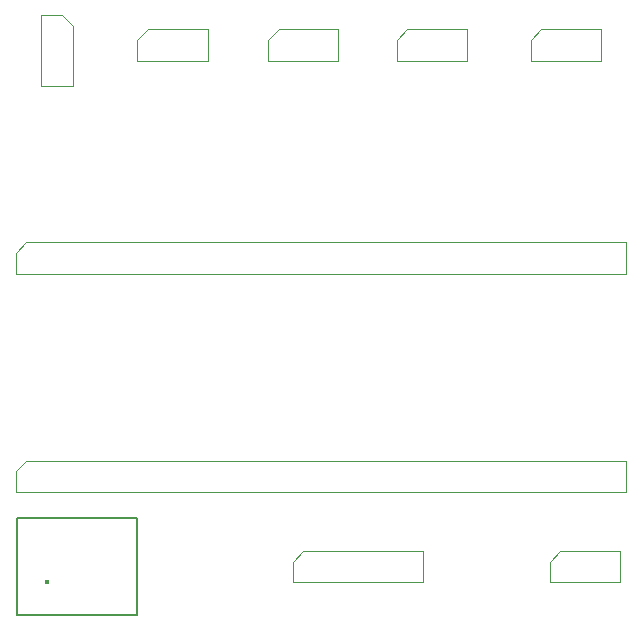
<source format=gbr>
G04 DipTrace 4.2.0.1*
G04 TopAssembly.gbr*
%MOIN*%
G04 #@! TF.FileFunction,Drawing,Top*
G04 #@! TF.Part,Single*
%ADD10C,0.004724*%
%ADD18C,0.005*%
%FSLAX26Y26*%
G04*
G70*
G90*
G75*
G01*
G04 TopAssy*
%LPD*%
X1145636Y2486315D2*
D10*
X1344718D1*
Y2381591D1*
X1110860D1*
Y2451538D1*
X1145636Y2486315D1*
X1581911D2*
X1780992D1*
Y2381591D1*
X1547134D1*
Y2451538D1*
X1581911Y2486315D1*
X2009890D2*
X2208971D1*
Y2381591D1*
X1975113D1*
Y2451538D1*
X2009890Y2486315D1*
X2456825D2*
X2655907D1*
Y2381591D1*
X2422049D1*
Y2451538D1*
X2456825Y2486315D1*
X895512Y2498133D2*
Y2299051D1*
X790787D1*
Y2532909D1*
X860735D1*
X895512Y2498133D1*
X1663396Y747228D2*
X2062478D1*
Y642504D1*
X1628619D1*
Y712451D1*
X1663396Y747228D1*
X709302Y856283D2*
D18*
X1109302D1*
Y533449D1*
X709302D1*
Y856283D1*
G36*
X801428Y644866D2*
X801495Y645894D1*
X801696Y646904D1*
X802027Y647879D1*
X802483Y648803D1*
X803055Y649660D1*
X803734Y650434D1*
X804508Y651113D1*
X805365Y651685D1*
X806289Y652141D1*
X807264Y652472D1*
X808274Y652673D1*
X809302Y652740D1*
X810330Y652673D1*
X811340Y652472D1*
X812315Y652141D1*
X813239Y651685D1*
X814095Y651113D1*
X814870Y650434D1*
X815549Y649660D1*
X816121Y648803D1*
X816576Y647879D1*
X816908Y646904D1*
X817108Y645894D1*
X817176Y644866D1*
D1*
X817108Y643838D1*
X816908Y642828D1*
X816576Y641853D1*
X816121Y640929D1*
X815549Y640073D1*
X814870Y639298D1*
X814095Y638619D1*
X813239Y638047D1*
X812315Y637591D1*
X811340Y637260D1*
X810330Y637059D1*
X809302Y636992D1*
X808274Y637059D1*
X807264Y637260D1*
X806289Y637591D1*
X805365Y638047D1*
X804508Y638619D1*
X803734Y639298D1*
X803055Y640073D1*
X802483Y640929D1*
X802027Y641853D1*
X801696Y642828D1*
X801495Y643838D1*
X801428Y644866D1*
D1*
G37*
X741045Y1776796D2*
D10*
X2740126D1*
Y1672072D1*
X706268D1*
Y1742019D1*
X741045Y1776796D1*
Y1047730D2*
X2740126D1*
Y943006D1*
X706268D1*
Y1012954D1*
X741045Y1047730D1*
X2519608Y747228D2*
X2718689D1*
Y642504D1*
X2484831D1*
Y712451D1*
X2519608Y747228D1*
M02*

</source>
